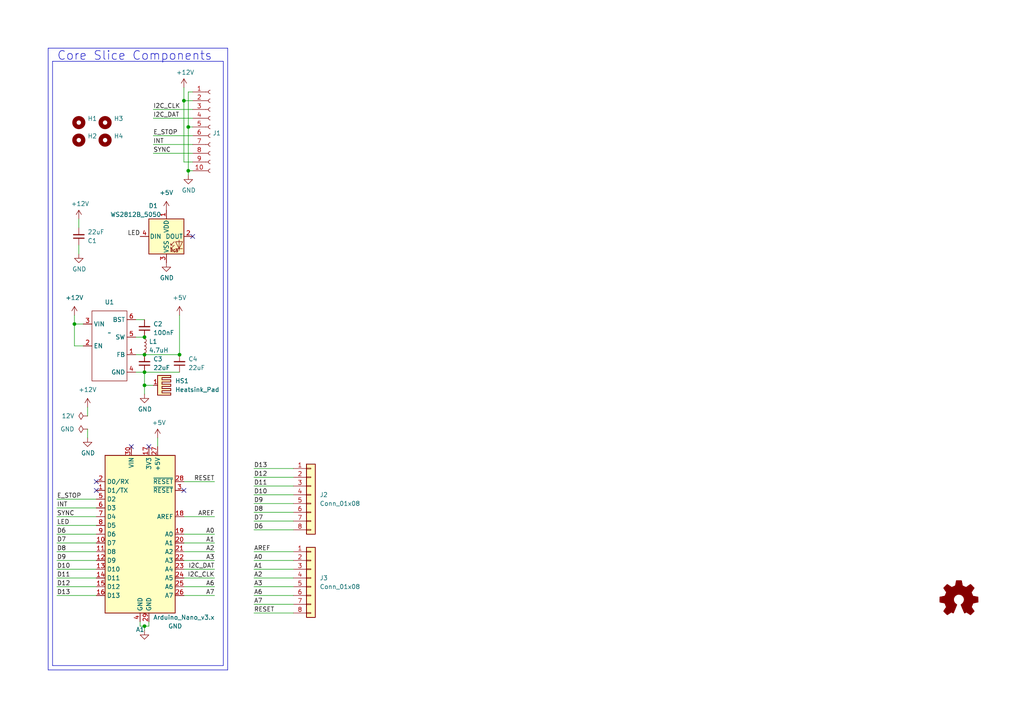
<source format=kicad_sch>
(kicad_sch (version 20250114) (generator "eeschema") (generator_version "9.0")
  (paper "A4")
  (lib_symbols
    (symbol "Connector:Conn_01x10_Female" (pin_names (offset 1.016) (hide yes))
      (property "Reference" "J" (at 0 12.7 0))
      (property "Value" "Conn_01x10_Female" (at 0 -15.24 0))
      (symbol "Conn_01x10_Female_1_1"
        (polyline (pts (xy -1.27 10.16) (xy -0.508 10.16)) (stroke (width 0.1524)))
        (polyline (pts (xy -1.27 7.62) (xy -0.508 7.62)) (stroke (width 0.1524)))
        (polyline (pts (xy -1.27 5.08) (xy -0.508 5.08)) (stroke (width 0.1524)))
        (polyline (pts (xy -1.27 2.54) (xy -0.508 2.54)) (stroke (width 0.1524)))
        (polyline (pts (xy -1.27 0) (xy -0.508 0)) (stroke (width 0.1524)))
        (polyline (pts (xy -1.27 -2.54) (xy -0.508 -2.54)) (stroke (width 0.1524)))
        (polyline (pts (xy -1.27 -5.08) (xy -0.508 -5.08)) (stroke (width 0.1524)))
        (polyline (pts (xy -1.27 -7.62) (xy -0.508 -7.62)) (stroke (width 0.1524)))
        (polyline (pts (xy -1.27 -10.16) (xy -0.508 -10.16)) (stroke (width 0.1524)))
        (polyline (pts (xy -1.27 -12.7) (xy -0.508 -12.7)) (stroke (width 0.1524)))
        (arc (start 0 9.652) (mid -0.5058 10.16) (end 0 10.668) (stroke (width 0.1524)))
        (arc (start 0 7.112) (mid -0.5058 7.62) (end 0 8.128) (stroke (width 0.1524)))
        (arc (start 0 4.572) (mid -0.5058 5.08) (end 0 5.588) (stroke (width 0.1524)))
        (arc (start 0 2.032) (mid -0.5058 2.54) (end 0 3.048) (stroke (width 0.1524)))
        (arc (start 0 -0.508) (mid -0.5058 0) (end 0 0.508) (stroke (width 0.1524)))
        (arc (start 0 -3.048) (mid -0.5058 -2.54) (end 0 -2.032) (stroke (width 0.1524)))
        (arc (start 0 -5.588) (mid -0.5058 -5.08) (end 0 -4.572) (stroke (width 0.1524)))
        (arc (start 0 -8.128) (mid -0.5058 -7.62) (end 0 -7.112) (stroke (width 0.1524)))
        (arc (start 0 -10.668) (mid -0.5058 -10.16) (end 0 -9.652) (stroke (width 0.1524)))
        (arc (start 0 -13.208) (mid -0.5058 -12.7) (end 0 -12.192) (stroke (width 0.1524)))
        (pin passive line (at -5.08 10.16 0) (length 3.81) (name "Pin_1") (number "1"))
        (pin passive line (at -5.08 7.62 0) (length 3.81) (name "Pin_2") (number "2"))
        (pin passive line (at -5.08 5.08 0) (length 3.81) (name "Pin_3") (number "3"))
        (pin passive line (at -5.08 2.54 0) (length 3.81) (name "Pin_4") (number "4"))
        (pin passive line (at -5.08 0 0) (length 3.81) (name "Pin_5") (number "5"))
        (pin passive line (at -5.08 -2.54 0) (length 3.81) (name "Pin_6") (number "6"))
        (pin passive line (at -5.08 -5.08 0) (length 3.81) (name "Pin_7") (number "7"))
        (pin passive line (at -5.08 -7.62 0) (length 3.81) (name "Pin_8") (number "8"))
        (pin passive line (at -5.08 -10.16 0) (length 3.81) (name "Pin_9") (number "9"))
        (pin passive line (at -5.08 -12.7 0) (length 3.81) (name "Pin_10") (number "10"))
      )
    )
    (symbol "Connector_Generic:Conn_01x08" (pin_names (offset 1.016) (hide yes))
      (property "Reference" "J" (at 0 10.16 0))
      (property "Value" "Conn_01x08" (at 0 -12.7 0))
      (symbol "Conn_01x08_1_1"
        (rectangle (start -1.27 8.89) (end 1.27 -11.43) (stroke (width 0.254)) (fill (type background)))
        (rectangle (start -1.27 7.747) (end 0 7.493) (stroke (width 0.1524)))
        (rectangle (start -1.27 5.207) (end 0 4.953) (stroke (width 0.1524)))
        (rectangle (start -1.27 2.667) (end 0 2.413) (stroke (width 0.1524)))
        (rectangle (start -1.27 0.127) (end 0 -0.127) (stroke (width 0.1524)))
        (rectangle (start -1.27 -2.413) (end 0 -2.667) (stroke (width 0.1524)))
        (rectangle (start -1.27 -4.953) (end 0 -5.207) (stroke (width 0.1524)))
        (rectangle (start -1.27 -7.493) (end 0 -7.747) (stroke (width 0.1524)))
        (rectangle (start -1.27 -10.033) (end 0 -10.287) (stroke (width 0.1524)))
        (pin passive line (at -5.08 7.62 0) (length 3.81) (name "Pin_1") (number "1"))
        (pin passive line (at -5.08 5.08 0) (length 3.81) (name "Pin_2") (number "2"))
        (pin passive line (at -5.08 2.54 0) (length 3.81) (name "Pin_3") (number "3"))
        (pin passive line (at -5.08 0 0) (length 3.81) (name "Pin_4") (number "4"))
        (pin passive line (at -5.08 -2.54 0) (length 3.81) (name "Pin_5") (number "5"))
        (pin passive line (at -5.08 -5.08 0) (length 3.81) (name "Pin_6") (number "6"))
        (pin passive line (at -5.08 -7.62 0) (length 3.81) (name "Pin_7") (number "7"))
        (pin passive line (at -5.08 -10.16 0) (length 3.81) (name "Pin_8") (number "8"))
      )
    )
    (symbol "Device:C_Small" (pin_numbers (hide yes)) (pin_names (offset 0.254) (hide yes))
      (property "Reference" "C" (at 0.254 1.778 0))
      (property "Value" "C_Small" (at 0.254 -2.032 0))
      (symbol "C_Small_0_1"
        (polyline (pts (xy -1.524 0.508) (xy 1.524 0.508)) (stroke (width 0.3048)))
        (polyline (pts (xy -1.524 -0.508) (xy 1.524 -0.508)) (stroke (width 0.3302)))
      )
      (symbol "C_Small_1_1"
        (pin passive line (at 0 2.54 270) (length 2.032) (name "~") (number "1"))
        (pin passive line (at 0 -2.54 90) (length 2.032) (name "~") (number "2"))
      )
    )
    (symbol "Device:L_Small" (pin_numbers (hide yes)) (pin_names (offset 0.254) (hide yes))
      (property "Reference" "L" (at 0.762 1.016 0))
      (property "Value" "L_Small" (at 0.762 -1.016 0))
      (symbol "L_Small_0_1"
        (arc (start 0 2.032) (mid 0.5058 1.524) (end 0 1.016))
        (arc (start 0 1.016) (mid 0.5058 0.508) (end 0 0))
        (arc (start 0 0) (mid 0.5058 -0.508) (end 0 -1.016))
        (arc (start 0 -1.016) (mid 0.5058 -1.524) (end 0 -2.032))
      )
      (symbol "L_Small_1_1"
        (pin passive line (at 0 2.54 270) (length 0.508) (name "~") (number "1"))
        (pin passive line (at 0 -2.54 90) (length 0.508) (name "~") (number "2"))
      )
    )
    (symbol "Graphic:Logo_Open_Hardware_Small" (in_bom no) (on_board no)
      (symbol "Logo_Open_Hardware_Small_0_1"
        (polyline (pts (xy 3.3528 -4.3434) (xy 3.302 -4.318) (xy 3.175 -4.2418) (xy 2.9972 -4.1148) (xy 2.7686 -3.9624) (xy 2.54 -3.81) (xy 2.3622 -3.7084) (xy 2.2352 -3.6068) (xy 2.1844 -3.5814) (xy 2.159 -3.6068) (xy 2.0574 -3.6576) (xy 1.905 -3.7338) (xy 1.8034 -3.7846) (xy 1.6764 -3.8354) (xy 1.6002 -3.8354) (xy 1.6002 -3.8354) (xy 1.5494 -3.7338) (xy 1.4732 -3.5306) (xy 1.3462 -3.302) (xy 1.2446 -3.0226) (xy 1.1176 -2.7178) (xy 0.9652 -2.413) (xy 0.8636 -2.1082) (xy 0.7366 -1.8288) (xy 0.6604 -1.6256) (xy 0.6096 -1.4732) (xy 0.5842 -1.397) (xy 0.5842 -1.397) (xy 0.6604 -1.3208) (xy 0.7874 -1.2446) (xy 1.0414 -1.016) (xy 1.2954 -0.6858) (xy 1.4478 -0.3302) (xy 1.524 0.0762) (xy 1.4732 0.4572) (xy 1.3208 0.8128) (xy 1.0668 1.143) (xy 0.762 1.3716) (xy 0.4064 1.524) (xy 0 1.5748) (xy -0.381 1.5494) (xy -0.7366 1.397) (xy -1.0668 1.143) (xy -1.2192 0.9906) (xy -1.397 0.6604) (xy -1.524 0.3048) (xy -1.524 0.2286) (xy -1.4986 -0.1778) (xy -1.397 -0.5334) (xy -1.1938 -0.8636) (xy -0.9144 -1.143) (xy -0.8636 -1.1684) (xy -0.7366 -1.27) (xy -0.635 -1.3462) (xy -0.5842 -1.397) (xy -1.0668 -2.5908) (xy -1.143 -2.794) (xy -1.2954 -3.1242) (xy -1.397 -3.4036) (xy -1.4986 -3.6322) (xy -1.5748 -3.7846) (xy -1.6002 -3.8354) (xy -1.6002 -3.8354) (xy -1.651 -3.8354) (xy -1.7272 -3.81) (xy -1.905 -3.7338) (xy -2.0066 -3.683) (xy -2.1336 -3.6068) (xy -2.2098 -3.5814) (xy -2.2606 -3.6068) (xy -2.3622 -3.683) (xy -2.54 -3.81) (xy -2.7686 -3.9624) (xy -2.9718 -4.0894) (xy -3.1496 -4.2164) (xy -3.302 -4.318) (xy -3.3528 -4.3434) (xy -3.3782 -4.3434) (xy -3.429 -4.318) (xy -3.5306 -4.2164) (xy -3.7084 -4.064) (xy -3.937 -3.8354) (xy -3.9624 -3.81) (xy -4.1656 -3.6068) (xy -4.318 -3.4544) (xy -4.4196 -3.3274) (xy -4.445 -3.2766) (xy -4.445 -3.2766) (xy -4.4196 -3.2258) (xy -4.318 -3.0734) (xy -4.2164 -2.8956) (xy -4.064 -2.667) (xy -3.6576 -2.0828) (xy -3.8862 -1.5494) (xy -3.937 -1.3716) (xy -4.0386 -1.1684) (xy -4.0894 -1.0414) (xy -4.1148 -0.9652) (xy -4.191 -0.9398) (xy -4.318 -0.9144) (xy -4.5466 -0.8636) (xy -4.8006 -0.8128) (xy -5.0546 -0.7874) (xy -5.2578 -0.7366) (xy -5.4356 -0.7112) (xy -5.5118 -0.6858) (xy -5.5118 -0.6858) (xy -5.5372 -0.635) (xy -5.5372 -0.5588) (xy -5.5372 -0.4318) (xy -5.5626 -0.2286) (xy -5.5626 0.0762) (xy -5.5626 0.127) (xy -5.5372 0.4064) (xy -5.5372 0.635) (xy -5.5372 0.762) (xy -5.5372 0.8382) (xy -5.5372 0.8382) (xy -5.461 0.8382) (xy -5.3086 0.889) (xy -5.08 0.9144) (xy -4.826 0.9652) (xy -4.8006 0.9906) (xy -4.5466 1.0414) (xy -4.318 1.0668) (xy -4.1656 1.1176) (xy -4.0894 1.143) (xy -4.0894 1.143) (xy -4.0386 1.2446) (xy -3.9624 1.4224) (xy -3.8608 1.6256) (xy -3.7846 1.8288) (xy -3.7084 2.0066) (xy -3.6576 2.159) (xy -3.6322 2.2098) (xy -3.6322 2.2098) (xy -3.683 2.286) (xy -3.7592 2.413) (xy -3.8862 2.5908) (xy -4.064 2.8194) (xy -4.064 2.8448) (xy -4.2164 3.0734) (xy -4.3434 3.2512) (xy -4.4196 3.3782) (xy -4.445 3.4544) (xy -4.445 3.4544) (xy -4.3942 3.5052) (xy -4.2926 3.6322) (xy -4.1148 3.81) (xy -3.937 4.0132) (xy -3.8608 4.064) (xy -3.6576 4.2926) (xy -3.5052 4.4196) (xy -3.4036 4.4958) (xy -3.3528 4.5212) (xy -3.3528 4.5212) (xy -3.302 4.4704) (xy -3.1496 4.3688) (xy -2.9718 4.2418) (xy -2.7432 4.0894) (xy -2.7178 4.0894) (xy -2.4892 3.937) (xy -2.3114 3.81) (xy -2.1844 3.7084) (xy -2.1336 3.683) (xy -2.1082 3.683) (xy -2.032 3.7084) (xy -1.8542 3.7592) (xy -1.6764 3.8354) (xy -1.4732 3.937) (xy -1.27 4.0132) (xy -1.143 4.064) (xy -1.0668 4.1148) (xy -1.0668 4.1148) (xy -1.0414 4.191) (xy -1.016 4.3434) (xy -0.9652 4.572) (xy -0.9144 4.8514) (xy -0.889 4.9022) (xy -0.8382 5.1562) (xy -0.8128 5.3848) (xy -0.7874 5.5372) (xy -0.762 5.588) (xy -0.7112 5.6134) (xy -0.5842 5.6134) (xy -0.4064 5.6134) (xy -0.1524 5.6134) (xy 0.0762 5.6134) (xy 0.3302 5.6134) (xy 0.5334 5.6134) (xy 0.6858 5.588) (xy 0.7366 5.588) (xy 0.7366 5.588) (xy 0.762 5.5118) (xy 0.8128 5.334) (xy 0.8382 5.1054) (xy 0.9144 4.826) (xy 0.9144 4.7752) (xy 0.9652 4.5212) (xy 1.016 4.2926) (xy 1.0414 4.1402) (xy 1.0668 4.0894) (xy 1.0668 4.0894) (xy 1.1938 4.0386) (xy 1.3716 3.9624) (xy 1.5748 3.8608) (xy 2.0828 3.6576) (xy 2.7178 4.0894) (xy 2.7686 4.1402) (xy 2.9972 4.2926) (xy 3.175 4.4196) (xy 3.302 4.4958) (xy 3.3782 4.5212) (xy 3.3782 4.5212) (xy 3.429 4.4704) (xy 3.556 4.3434) (xy 3.7338 4.191) (xy 3.9116 3.9878) (xy 4.064 3.8354) (xy 4.2418 3.6576) (xy 4.3434 3.556) (xy 4.4196 3.4798) (xy 4.4196 3.429) (xy 4.4196 3.4036) (xy 4.3942 3.3274) (xy 4.2926 3.2004) (xy 4.1656 2.9972) (xy 4.0132 2.794) (xy 3.8862 2.5908) (xy 3.7592 2.3876) (xy 3.6576 2.2352) (xy 3.6322 2.159) (xy 3.6322 2.1336) (xy 3.683 2.0066) (xy 3.7592 1.8288) (xy 3.8608 1.6002) (xy 4.064 1.1176) (xy 4.3942 1.0414) (xy 4.5974 1.016) (xy 4.8768 0.9652) (xy 5.1308 0.9144) (xy 5.5372 0.8382) (xy 5.5626 -0.6604) (xy 5.4864 -0.6858) (xy 5.4356 -0.6858) (xy 5.2832 -0.7366) (xy 5.0546 -0.762) (xy 4.8006 -0.8128) (xy 4.5974 -0.8636) (xy 4.3688 -0.9144) (xy 4.2164 -0.9398) (xy 4.1402 -0.9398) (xy 4.1148 -0.9652) (xy 4.064 -1.0668) (xy 3.9878 -1.2446) (xy 3.9116 -1.4478) (xy 3.81 -1.651) (xy 3.7338 -1.8542) (xy 3.683 -2.0066) (xy 3.6576 -2.0828) (xy 3.683 -2.1336) (xy 3.7846 -2.2606) (xy 3.8862 -2.4638) (xy 4.0386 -2.667) (xy 4.191 -2.8956) (xy 4.318 -3.0734) (xy 4.3942 -3.2004) (xy 4.445 -3.2766) (xy 4.4196 -3.3274) (xy 4.3434 -3.429) (xy 4.1656 -3.5814) (xy 3.937 -3.8354) (xy 3.8862 -3.8608) (xy 3.683 -4.064) (xy 3.5306 -4.2164) (xy 3.4036 -4.318) (xy 3.3528 -4.3434)) (fill (type outline)))
      )
    )
    (symbol "MCU_Module:Arduino_Nano_v3.x"
      (property "Reference" "A" (at -10.16 23.495 0))
      (property "Value" "Arduino_Nano_v3.x" (at 5.08 -24.13 0))
      (symbol "Arduino_Nano_v3.x_0_1"
        (rectangle (start -10.16 22.86) (end 10.16 -22.86) (stroke (width 0.254)) (fill (type background)))
      )
      (symbol "Arduino_Nano_v3.x_1_1"
        (pin bidirectional line (at -12.7 15.24 0) (length 2.54) (name "D0/RX") (number "2"))
        (pin bidirectional line (at -12.7 12.7 0) (length 2.54) (name "D1/TX") (number "1"))
        (pin bidirectional line (at -12.7 10.16 0) (length 2.54) (name "D2") (number "5"))
        (pin bidirectional line (at -12.7 7.62 0) (length 2.54) (name "D3") (number "6"))
        (pin bidirectional line (at -12.7 5.08 0) (length 2.54) (name "D4") (number "7"))
        (pin bidirectional line (at -12.7 2.54 0) (length 2.54) (name "D5") (number "8"))
        (pin bidirectional line (at -12.7 0 0) (length 2.54) (name "D6") (number "9"))
        (pin bidirectional line (at -12.7 -2.54 0) (length 2.54) (name "D7") (number "10"))
        (pin bidirectional line (at -12.7 -5.08 0) (length 2.54) (name "D8") (number "11"))
        (pin bidirectional line (at -12.7 -7.62 0) (length 2.54) (name "D9") (number "12"))
        (pin bidirectional line (at -12.7 -10.16 0) (length 2.54) (name "D10") (number "13"))
        (pin bidirectional line (at -12.7 -12.7 0) (length 2.54) (name "D11") (number "14"))
        (pin bidirectional line (at -12.7 -15.24 0) (length 2.54) (name "D12") (number "15"))
        (pin bidirectional line (at -12.7 -17.78 0) (length 2.54) (name "D13") (number "16"))
        (pin power_in line (at -2.54 25.4 270) (length 2.54) (name "VIN") (number "30"))
        (pin power_in line (at 0 -25.4 90) (length 2.54) (name "GND") (number "4"))
        (pin power_out line (at 2.54 25.4 270) (length 2.54) (name "3V3") (number "17"))
        (pin power_in line (at 2.54 -25.4 90) (length 2.54) (name "GND") (number "29"))
        (pin power_out line (at 5.08 25.4 270) (length 2.54) (name "+5V") (number "27"))
        (pin input line (at 12.7 15.24 180) (length 2.54) (name "~{RESET}") (number "28"))
        (pin input line (at 12.7 12.7 180) (length 2.54) (name "~{RESET}") (number "3"))
        (pin input line (at 12.7 5.08 180) (length 2.54) (name "AREF") (number "18"))
        (pin bidirectional line (at 12.7 0 180) (length 2.54) (name "A0") (number "19"))
        (pin bidirectional line (at 12.7 -2.54 180) (length 2.54) (name "A1") (number "20"))
        (pin bidirectional line (at 12.7 -5.08 180) (length 2.54) (name "A2") (number "21"))
        (pin bidirectional line (at 12.7 -7.62 180) (length 2.54) (name "A3") (number "22"))
        (pin bidirectional line (at 12.7 -10.16 180) (length 2.54) (name "A4") (number "23"))
        (pin bidirectional line (at 12.7 -12.7 180) (length 2.54) (name "A5") (number "24"))
        (pin bidirectional line (at 12.7 -15.24 180) (length 2.54) (name "A6") (number "25"))
        (pin bidirectional line (at 12.7 -17.78 180) (length 2.54) (name "A7") (number "26"))
      )
    )
    (symbol "Mechanical:Heatsink_Pad" (pin_names (offset 0))
      (property "Reference" "HS" (at 0 5.715 0))
      (property "Value" "Heatsink_Pad" (at 0 3.81 0))
      (symbol "Heatsink_Pad_0_1"
        (polyline (pts (xy -0.3302 0) (xy -0.9652 0) (xy -0.9652 2.54) (xy -1.6002 2.54) (xy -1.6002 0) (xy -2.2352 0) (xy -2.2352 2.54) (xy -2.8702 2.54) (xy -2.8702 -1.27) (xy -0.9652 -1.27)) (stroke (width 0.254)) (fill (type background)))
        (polyline (pts (xy -0.3302 0) (xy -0.3302 2.54) (xy 0.3048 2.54) (xy 0.3048 0) (xy 0.9398 0) (xy 0.9398 2.54) (xy 1.5748 2.54) (xy 1.5748 0) (xy 2.2098 0) (xy 2.2098 2.54) (xy 2.8448 2.54) (xy 2.8448 -1.27) (xy -0.9652 -1.27)) (stroke (width 0.254)) (fill (type background)))
      )
      (symbol "Heatsink_Pad_1_1"
        (pin passive line (at 0 -2.54 90) (length 1.27) (name "~") (number "1"))
      )
    )
    (symbol "Mechanical:MountingHole" (pin_names (offset 1.016))
      (property "Reference" "H" (at 0 5.08 0))
      (property "Value" "MountingHole" (at 0 3.175 0))
      (symbol "MountingHole_0_1"
        (circle (center 0 0) (radius 1.27) (stroke (width 1.27)))
      )
    )
    (symbol "SparkFun-DiscreteSemi:AP63205"
      (property "Reference" "U" (at 0 7.62 0))
      (symbol "AP63205_0_1"
        (rectangle (start -5.08 6.35) (end 5.08 -13.97))
      )
      (symbol "AP63205_1_1"
        (pin input line (at -7.62 2.54 0) (length 2.54) (name "VIN") (number "3"))
        (pin input line (at -7.62 -3.81 0) (length 2.54) (name "EN") (number "2"))
        (pin input line (at 7.62 3.81 180) (length 2.54) (name "BST") (number "6"))
        (pin input line (at 7.62 -1.27 180) (length 2.54) (name "SW") (number "5"))
        (pin input line (at 7.62 -6.35 180) (length 2.54) (name "FB") (number "1"))
        (pin input line (at 7.62 -11.43 180) (length 2.54) (name "GND") (number "4"))
      )
    )
    (symbol "SparkFun-LED:WS2812B_5050" (pin_names (offset 0.254))
      (property "Reference" "D" (at 5.08 5.715 0))
      (property "Value" "WS2812B_5050" (at 1.27 -5.715 0))
      (symbol "WS2812B_5050_0_0"
        (text "RGB" (at 2.286 -4.191 0) (effects (font (size 0.762 0.762))))
      )
      (symbol "WS2812B_5050_0_1"
        (polyline (pts (xy 1.27 -2.54) (xy 1.778 -2.54)))
        (polyline (pts (xy 1.27 -3.556) (xy 1.778 -3.556)))
        (polyline (pts (xy 2.286 -1.524) (xy 1.27 -2.54) (xy 1.27 -2.032)))
        (polyline (pts (xy 2.286 -2.54) (xy 1.27 -3.556) (xy 1.27 -3.048)))
        (polyline (pts (xy 3.683 -1.016) (xy 3.683 -3.556) (xy 3.683 -4.064)))
        (polyline (pts (xy 4.699 -1.524) (xy 2.667 -1.524) (xy 3.683 -3.556) (xy 4.699 -1.524)))
        (polyline (pts (xy 4.699 -3.556) (xy 2.667 -3.556)))
        (rectangle (start 5.08 5.08) (end -5.08 -5.08) (stroke (width 0.254)) (fill (type background)))
      )
      (symbol "WS2812B_5050_1_1"
        (pin input line (at -7.62 0 0) (length 2.54) (name "DIN") (number "4"))
        (pin power_in line (at 0 7.62 270) (length 2.54) (name "VDD") (number "1"))
        (pin power_in line (at 0 -7.62 90) (length 2.54) (name "VSS") (number "3"))
        (pin output line (at 7.62 0 180) (length 2.54) (name "DOUT") (number "2"))
      )
    )
    (symbol "power:+12V" (power) (pin_names (offset 0))
      (property "Value" "+12V" (at 0 3.556 0))
      (symbol "+12V_0_1"
        (polyline (pts (xy -0.762 1.27) (xy 0 2.54)))
        (polyline (pts (xy 0 2.54) (xy 0.762 1.27)))
        (polyline (pts (xy 0 0) (xy 0 2.54)))
      )
      (symbol "+12V_1_1"
        (pin power_in line (at 0 0 90) (length 0) (hide yes) (name "+12V") (number "1"))
      )
    )
    (symbol "power:+5V" (power) (pin_names (offset 0))
      (property "Value" "+5V" (at 0 3.556 0))
      (symbol "+5V_0_1"
        (polyline (pts (xy -0.762 1.27) (xy 0 2.54)))
        (polyline (pts (xy 0 2.54) (xy 0.762 1.27)))
        (polyline (pts (xy 0 0) (xy 0 2.54)))
      )
      (symbol "+5V_1_1"
        (pin power_in line (at 0 0 90) (length 0) (hide yes) (name "+5V") (number "1"))
      )
    )
    (symbol "power:GND" (power) (pin_names (offset 0))
      (property "Value" "GND" (at 0 -3.81 0))
      (symbol "GND_0_1"
        (polyline (pts (xy 0 0) (xy 0 -1.27) (xy 1.27 -1.27) (xy 0 -2.54) (xy -1.27 -1.27) (xy 0 -1.27)))
      )
      (symbol "GND_1_1"
        (pin power_in line (at 0 0 270) (length 0) (hide yes) (name "GND") (number "1"))
      )
    )
    (symbol "power:PWR_FLAG" (power) (pin_numbers (hide yes)) (pin_names (offset 0) (hide yes))
      (property "Value" "PWR_FLAG" (at 0 3.81 0))
      (symbol "PWR_FLAG_0_0"
        (pin power_out line (at 0 0 90) (length 0) (name "~") (number "1"))
      )
      (symbol "PWR_FLAG_0_1"
        (polyline (pts (xy 0 0) (xy 0 1.27) (xy -1.016 1.905) (xy 0 2.54) (xy 1.016 1.905) (xy 0 1.27)))
      )
    )
  )
  (text "Core Slice Components" (at 16.51 17.78 0) (effects (font (size 2.54 2.54)) (justify left bottom)))
  (junction (at 54.61 49.53))
  (junction (at 41.91 107.95))
  (junction (at 41.91 111.76))
  (junction (at 41.91 102.87))
  (junction (at 53.34 29.21))
  (junction (at 41.91 181.61))
  (junction (at 54.61 36.83))
  (junction (at 52.07 102.87))
  (junction (at 41.91 97.79))
  (junction (at 21.59 93.98))
  (no_connect (at 27.94 142.24))
  (no_connect (at 27.94 139.7))
  (no_connect (at 38.1 129.54))
  (no_connect (at 43.18 129.54))
  (no_connect (at 53.34 142.24))
  (no_connect (at 55.88 68.58))
  (polyline (pts (xy 66.04 194.31) (xy 66.04 13.97)))
  (wire (pts (xy 43.18 181.61) (xy 43.18 180.34)))
  (wire (pts (xy 73.66 160.02) (xy 85.09 160.02)))
  (wire (pts (xy 73.66 162.56) (xy 85.09 162.56)))
  (polyline (pts (xy 66.04 13.97) (xy 13.97 13.97)))
  (wire (pts (xy 22.86 71.12) (xy 22.86 73.66)))
  (wire (pts (xy 73.66 135.89) (xy 85.09 135.89)))
  (wire (pts (xy 41.91 181.61) (xy 43.18 181.61)))
  (wire (pts (xy 73.66 138.43) (xy 85.09 138.43)))
  (wire (pts (xy 21.59 100.33) (xy 21.59 93.98)))
  (wire (pts (xy 44.45 41.91) (xy 55.88 41.91)))
  (wire (pts (xy 53.34 162.56) (xy 62.23 162.56)))
  (wire (pts (xy 44.45 31.75) (xy 55.88 31.75)))
  (polyline (pts (xy 13.97 13.97) (xy 13.97 194.31)))
  (wire (pts (xy 73.66 167.64) (xy 85.09 167.64)))
  (wire (pts (xy 53.34 29.21) (xy 55.88 29.21)))
  (wire (pts (xy 53.34 170.18) (xy 62.23 170.18)))
  (wire (pts (xy 73.66 177.8) (xy 85.09 177.8)))
  (wire (pts (xy 62.23 139.7) (xy 53.34 139.7)))
  (wire (pts (xy 39.37 92.71) (xy 41.91 92.71)))
  (wire (pts (xy 16.51 162.56) (xy 27.94 162.56)))
  (wire (pts (xy 73.66 148.59) (xy 85.09 148.59)))
  (polyline (pts (xy 13.97 194.31) (xy 66.04 194.31)))
  (wire (pts (xy 53.34 25.4) (xy 53.34 29.21)))
  (wire (pts (xy 44.45 34.29) (xy 55.88 34.29)))
  (wire (pts (xy 54.61 49.53) (xy 54.61 36.83)))
  (wire (pts (xy 55.88 39.37) (xy 44.45 39.37)))
  (polyline (pts (xy 64.77 17.78) (xy 15.24 17.78)))
  (wire (pts (xy 16.51 172.72) (xy 27.94 172.72)))
  (wire (pts (xy 55.88 46.99) (xy 53.34 46.99)))
  (wire (pts (xy 44.45 44.45) (xy 55.88 44.45)))
  (wire (pts (xy 16.51 154.94) (xy 27.94 154.94)))
  (wire (pts (xy 73.66 175.26) (xy 85.09 175.26)))
  (wire (pts (xy 73.66 153.67) (xy 85.09 153.67)))
  (wire (pts (xy 53.34 160.02) (xy 62.23 160.02)))
  (wire (pts (xy 16.51 149.86) (xy 27.94 149.86)))
  (wire (pts (xy 39.37 97.79) (xy 41.91 97.79)))
  (wire (pts (xy 73.66 143.51) (xy 85.09 143.51)))
  (wire (pts (xy 16.51 170.18) (xy 27.94 170.18)))
  (wire (pts (xy 52.07 102.87) (xy 52.07 91.44)))
  (wire (pts (xy 73.66 146.05) (xy 85.09 146.05)))
  (wire (pts (xy 16.51 165.1) (xy 27.94 165.1)))
  (wire (pts (xy 45.72 127) (xy 45.72 129.54)))
  (wire (pts (xy 40.64 180.34) (xy 40.64 181.61)))
  (wire (pts (xy 39.37 107.95) (xy 41.91 107.95)))
  (wire (pts (xy 73.66 165.1) (xy 85.09 165.1)))
  (wire (pts (xy 21.59 100.33) (xy 24.13 100.33)))
  (wire (pts (xy 73.66 151.13) (xy 85.09 151.13)))
  (wire (pts (xy 41.91 107.95) (xy 52.07 107.95)))
  (wire (pts (xy 16.51 160.02) (xy 27.94 160.02)))
  (polyline (pts (xy 64.77 193.04) (xy 64.77 17.78)))
  (wire (pts (xy 25.4 118.11) (xy 25.4 120.65)))
  (wire (pts (xy 54.61 26.67) (xy 55.88 26.67)))
  (wire (pts (xy 22.86 63.5) (xy 22.86 66.04)))
  (wire (pts (xy 44.45 111.76) (xy 41.91 111.76)))
  (wire (pts (xy 73.66 140.97) (xy 85.09 140.97)))
  (polyline (pts (xy 15.24 193.04) (xy 64.77 193.04)))
  (wire (pts (xy 55.88 36.83) (xy 54.61 36.83)))
  (wire (pts (xy 16.51 152.4) (xy 27.94 152.4)))
  (wire (pts (xy 40.64 181.61) (xy 41.91 181.61)))
  (wire (pts (xy 41.91 102.87) (xy 52.07 102.87)))
  (wire (pts (xy 41.91 181.61) (xy 41.91 182.88)))
  (wire (pts (xy 27.94 144.78) (xy 16.51 144.78)))
  (wire (pts (xy 53.34 154.94) (xy 62.23 154.94)))
  (wire (pts (xy 16.51 167.64) (xy 27.94 167.64)))
  (wire (pts (xy 53.34 46.99) (xy 53.34 29.21)))
  (wire (pts (xy 54.61 50.8) (xy 54.61 49.53)))
  (wire (pts (xy 16.51 147.32) (xy 27.94 147.32)))
  (wire (pts (xy 53.34 167.64) (xy 62.23 167.64)))
  (wire (pts (xy 16.51 157.48) (xy 27.94 157.48)))
  (wire (pts (xy 73.66 170.18) (xy 85.09 170.18)))
  (wire (pts (xy 39.37 102.87) (xy 41.91 102.87)))
  (wire (pts (xy 54.61 36.83) (xy 54.61 26.67)))
  (wire (pts (xy 73.66 172.72) (xy 85.09 172.72)))
  (wire (pts (xy 62.23 165.1) (xy 53.34 165.1)))
  (wire (pts (xy 53.34 172.72) (xy 62.23 172.72)))
  (wire (pts (xy 53.34 157.48) (xy 62.23 157.48)))
  (wire (pts (xy 25.4 124.46) (xy 25.4 127)))
  (wire (pts (xy 62.23 149.86) (xy 53.34 149.86)))
  (wire (pts (xy 55.88 49.53) (xy 54.61 49.53)))
  (wire (pts (xy 41.91 111.76) (xy 41.91 107.95)))
  (wire (pts (xy 21.59 93.98) (xy 24.13 93.98)))
  (wire (pts (xy 41.91 114.3) (xy 41.91 111.76)))
  (wire (pts (xy 21.59 91.44) (xy 21.59 93.98)))
  (polyline (pts (xy 15.24 17.78) (xy 15.24 193.04)))
  (label "LED" (at 40.64 68.58 180))
  (label "LED" (at 16.51 152.4 0))
  (label "AREF" (at 62.23 149.86 180))
  (label "AREF" (at 73.66 160.02 0))
  (label "A0" (at 62.23 154.94 180))
  (label "D13" (at 73.66 135.89 0))
  (label "A6" (at 73.66 172.72 0))
  (label "D7" (at 16.51 157.48 0))
  (label "I2C_CLK" (at 44.45 31.75 0))
  (label "RESET" (at 73.66 177.8 0))
  (label "I2C_DAT" (at 44.45 34.29 0))
  (label "D11" (at 16.51 167.64 0))
  (label "A6" (at 62.23 170.18 180))
  (label "E_STOP" (at 16.51 144.78 0))
  (label "E_STOP" (at 44.45 39.37 0))
  (label "D9" (at 73.66 146.05 0))
  (label "D10" (at 16.51 165.1 0))
  (label "A1" (at 73.66 165.1 0))
  (label "INT" (at 16.51 147.32 0))
  (label "A3" (at 73.66 170.18 0))
  (label "D9" (at 16.51 162.56 0))
  (label "D13" (at 16.51 172.72 0))
  (label "D8" (at 16.51 160.02 0))
  (label "SYNC" (at 16.51 149.86 0))
  (label "D7" (at 73.66 151.13 0))
  (label "A3" (at 62.23 162.56 180))
  (label "RESET" (at 62.23 139.7 180))
  (label "A1" (at 62.23 157.48 180))
  (label "D6" (at 16.51 154.94 0))
  (label "D10" (at 73.66 143.51 0))
  (label "SYNC" (at 44.45 44.45 0))
  (label "D11" (at 73.66 140.97 0))
  (label "A2" (at 73.66 167.64 0))
  (label "I2C_DAT" (at 62.23 165.1 180))
  (label "D12" (at 16.51 170.18 0))
  (label "INT" (at 44.45 41.91 0))
  (label "A0" (at 73.66 162.56 0))
  (label "A7" (at 62.23 172.72 180))
  (label "I2C_CLK" (at 62.23 167.64 180))
  (label "A2" (at 62.23 160.02 180))
  (label "D8" (at 73.66 148.59 0))
  (label "D6" (at 73.66 153.67 0))
  (label "D12" (at 73.66 138.43 0))
  (label "A7" (at 73.66 175.26 0))
  (symbol (lib_id "power:GND") (at 41.91 182.88 0) (unit 1)
    (property "Reference" "#PWR07" (effects (hide yes)))
    (property "Value" "GND" (at 50.8 181.61 0))
  )
  (symbol (lib_id "power:+5V") (at 45.72 127 0) (unit 1)
    (property "Reference" "#PWR08" (effects (hide yes)))
    (property "Value" "+5V" (at 46.101 122.6058 0))
  )
  (symbol (lib_id "power:GND") (at 22.86 73.66 0) (unit 1)
    (property "Reference" "#PWR03" (effects (hide yes)))
    (property "Value" "GND" (at 22.987 78.0542 0))
  )
  (symbol (lib_id "Mechanical:MountingHole") (at 22.86 35.56 0) (unit 1)
    (property "Reference" "H1" (at 25.4 34.3916 0) (effects (justify left)))
    (property "Value" "MountingHole" (effects (hide yes)))
    (property "Footprint" "MountingHole:MountingHole_5mm" (effects (hide yes)))
  )
  (symbol (lib_id "Mechanical:MountingHole") (at 22.86 40.64 0) (unit 1)
    (property "Reference" "H2" (at 25.4 39.4716 0) (effects (justify left)))
    (property "Value" "MountingHole" (effects (hide yes)))
    (property "Footprint" "MountingHole:MountingHole_5mm" (effects (hide yes)))
  )
  (symbol (lib_id "Mechanical:MountingHole") (at 30.48 35.56 0) (unit 1)
    (property "Reference" "H3" (at 33.02 34.3916 0) (effects (justify left)))
    (property "Value" "MountingHole" (effects (hide yes)))
    (property "Footprint" "MountingHole:MountingHole_5mm" (effects (hide yes)))
  )
  (symbol (lib_id "Mechanical:MountingHole") (at 30.48 40.64 0) (unit 1)
    (property "Reference" "H4" (at 33.02 39.4716 0) (effects (justify left)))
    (property "Value" "MountingHole" (effects (hide yes)))
    (property "Footprint" "MountingHole:MountingHole_5mm" (effects (hide yes)))
  )
  (symbol (lib_id "MCU_Module:Arduino_Nano_v3.x") (at 40.64 154.94 0) (unit 1)
    (property "Reference" "A1" (at 40.64 182.6006 0))
    (property "Value" "Arduino_Nano_v3.x" (at 53.34 179.07 0))
    (property "Footprint" "Module:Arduino_Nano" (effects (hide yes)))
    (property "Datasheet" "http://www.mouser.com/pdfdocs/Gravitech_Arduino_Nano3_0.pdf" (effects (hide yes)))
  )
  (symbol (lib_id "Graphic:Logo_Open_Hardware_Small") (at 278.13 173.99 0) (unit 1) (exclude_from_sim yes)
    (property "Reference" "#SYM1" (effects (hide yes)))
    (property "Value" "Logo_Open_Hardware_Small" (effects (hide yes)))
    (property "Footprint" "Symbol:OSHW-Symbol_6.7x6mm_SilkScreen" (effects (hide yes)))
  )
  (symbol (lib_id "Connector:Conn_01x10_Female") (at 60.96 36.83 0) (unit 1)
    (property "Reference" "J1" (at 61.6712 38.608 0) (effects (justify left)))
    (property "Value" "Conn_01x10_Female" (effects (hide yes)))
    (property "Footprint" "Connector_PinSocket_2.54mm:PinSocket_1x10_P2.54mm_Horizontal" (effects (hide yes)))
  )
  (symbol (lib_id "power:+12V") (at 53.34 25.4 0) (unit 1)
    (property "Reference" "#PWR012" (effects (hide yes)))
    (property "Value" "+12V" (at 53.721 21.0058 0))
  )
  (symbol (lib_id "power:GND") (at 54.61 50.8 0) (unit 1)
    (property "Reference" "#PWR013" (effects (hide yes)))
    (property "Value" "GND" (at 54.737 55.1942 0))
  )
  (symbol (lib_id "power:+12V") (at 22.86 63.5 0) (unit 1)
    (property "Reference" "#PWR02" (effects (hide yes)))
    (property "Value" "+12V" (at 23.241 59.1058 0))
  )
  (symbol (lib_id "power:GND") (at 25.4 127 0) (unit 1)
    (property "Reference" "#PWR05" (effects (hide yes)))
    (property "Value" "GND" (at 25.527 131.3942 0))
  )
  (symbol (lib_id "power:PWR_FLAG") (at 25.4 124.46 90) (unit 1)
    (property "Reference" "#FLG02" (effects (hide yes)))
    (property "Value" "GND" (at 21.59 124.4599 90) (effects (justify left)))
    (property "Description" "Special symbol for telling ERC where power comes from" (effects (hide yes)))
  )
  (symbol (lib_id "Device:C_Small") (at 41.91 95.25 180) (unit 1)
    (property "Reference" "C2" (at 44.45 93.9736 0) (effects (justify right)))
    (property "Value" "100nF" (at 44.45 96.5136 0) (effects (justify right)))
    (property "Footprint" "Capacitor_SMD:C_1206_3216Metric" (effects (hide yes)))
  )
  (symbol (lib_id "power:+12V") (at 21.59 91.44 0) (unit 1)
    (property "Reference" "#PWR01" (effects (hide yes)))
    (property "Value" "+12V" (at 21.59 86.36 0))
  )
  (symbol (lib_id "power:PWR_FLAG") (at 25.4 120.65 90) (unit 1)
    (property "Reference" "#FLG01" (effects (hide yes)))
    (property "Value" "12V" (at 21.59 120.6499 90) (effects (justify left)))
    (property "Description" "Special symbol for telling ERC where power comes from" (effects (hide yes)))
  )
  (symbol (lib_id "Device:C_Small") (at 41.91 105.41 180) (unit 1)
    (property "Reference" "C3" (at 44.45 104.1336 0) (effects (justify right)))
    (property "Value" "22uF" (at 44.45 106.6736 0) (effects (justify right)))
    (property "Footprint" "Capacitor_SMD:C_1206_3216Metric" (effects (hide yes)))
  )
  (symbol (lib_id "SparkFun-DiscreteSemi:AP63205") (at 31.75 96.52 0) (unit 1)
    (property "Reference" "U1" (at 31.75 87.63 0))
    (property "Value" "~" (at 31.75 96.52 0))
    (property "Footprint" "Package_TO_SOT_SMD:TSOT-23-6" (effects (hide yes)))
  )
  (symbol (lib_id "power:+12V") (at 25.4 118.11 0) (unit 1)
    (property "Reference" "#PWR04" (effects (hide yes)))
    (property "Value" "+12V" (at 25.4 113.03 0))
  )
  (symbol (lib_id "Connector_Generic:Conn_01x08") (at 90.17 143.51 0) (unit 1)
    (property "Reference" "J2" (at 92.71 143.51 0) (effects (justify left)))
    (property "Value" "Conn_01x08" (at 92.71 146.0499 0) (effects (justify left)))
    (property "Footprint" "TerminalBlock_4Ucon:TerminalBlock_4Ucon_1x08_P3.50mm_Horizontal" (effects (hide yes)))
    (property "Description" "Generic connector, single row, 01x08, script generated (kicad-library-utils/schlib/autogen/connector/)" (effects (hide yes)))
  )
  (symbol (lib_id "power:GND") (at 41.91 114.3 0) (unit 1)
    (property "Reference" "#PWR06" (effects (hide yes)))
    (property "Value" "GND" (at 42.037 118.6942 0))
  )
  (symbol (lib_id "Mechanical:Heatsink_Pad") (at 46.99 111.76 270) (unit 1)
    (property "Reference" "HS1" (at 50.8 110.4773 90) (effects (justify left)))
    (property "Value" "Heatsink_Pad" (at 50.8 113.0173 90) (effects (justify left)))
    (property "Footprint" "KML-Custom:Thermal Pad" (effects (hide yes)))
  )
  (symbol (lib_id "Device:L_Small") (at 41.91 100.33 0) (unit 1)
    (property "Reference" "L1" (at 43.18 99.06 0) (effects (justify left)))
    (property "Value" "4.7uH" (at 43.18 101.6 0) (effects (justify left)))
    (property "Footprint" "Inductor_SMD:L_1210_3225Metric" (effects (hide yes)))
  )
  (symbol (lib_id "power:GND") (at 48.26 76.2 0) (unit 1)
    (property "Reference" "#PWR010" (effects (hide yes)))
    (property "Value" "GND" (at 48.387 80.5942 0))
  )
  (symbol (lib_id "power:+5V") (at 52.07 91.44 0) (unit 1)
    (property "Reference" "#PWR011" (effects (hide yes)))
    (property "Value" "+5V" (at 52.07 86.36 0))
  )
  (symbol (lib_id "Device:C_Small") (at 52.07 105.41 180) (unit 1)
    (property "Reference" "C4" (at 54.61 104.1336 0) (effects (justify right)))
    (property "Value" "22uF" (at 54.61 106.6736 0) (effects (justify right)))
    (property "Footprint" "Capacitor_SMD:C_1206_3216Metric" (effects (hide yes)))
  )
  (symbol (lib_id "power:+5V") (at 48.26 60.96 0) (unit 1)
    (property "Reference" "#PWR09" (effects (hide yes)))
    (property "Value" "+5V" (at 48.26 55.88 0))
  )
  (symbol (lib_id "SparkFun-LED:WS2812B_5050") (at 48.26 68.58 0) (unit 1)
    (property "Reference" "D1" (at 44.45 59.69 0))
    (property "Value" "WS2812B_5050" (at 39.37 62.23 0))
    (property "Footprint" "SparkFun-LED:WS2812-5050-4PIN" (effects (hide yes)))
    (property "Datasheet" "https://cdn.sparkfun.com/datasheets/BreakoutBoards/WS2812B.pdf" (effects (hide yes)))
  )
  (symbol (lib_id "Device:C_Small") (at 22.86 68.58 0) (mirror x) (unit 1)
    (property "Reference" "C1" (at 25.4 69.8437 0) (effects (justify left)))
    (property "Value" "22uF" (at 25.4 67.3037 0) (effects (justify left)))
    (property "Footprint" "Capacitor_SMD:C_1206_3216Metric" (effects (hide yes)))
  )
  (symbol (lib_id "Connector_Generic:Conn_01x08") (at 90.17 167.64 0) (unit 1)
    (property "Reference" "J3" (at 92.71 167.64 0) (effects (justify left)))
    (property "Value" "Conn_01x08" (at 92.71 170.1799 0) (effects (justify left)))
    (property "Footprint" "TerminalBlock_4Ucon:TerminalBlock_4Ucon_1x08_P3.50mm_Horizontal" (effects (hide yes)))
    (property "Description" "Generic connector, single row, 01x08, script generated (kicad-library-utils/schlib/autogen/connector/)" (effects (hide yes)))
  )
)
</source>
